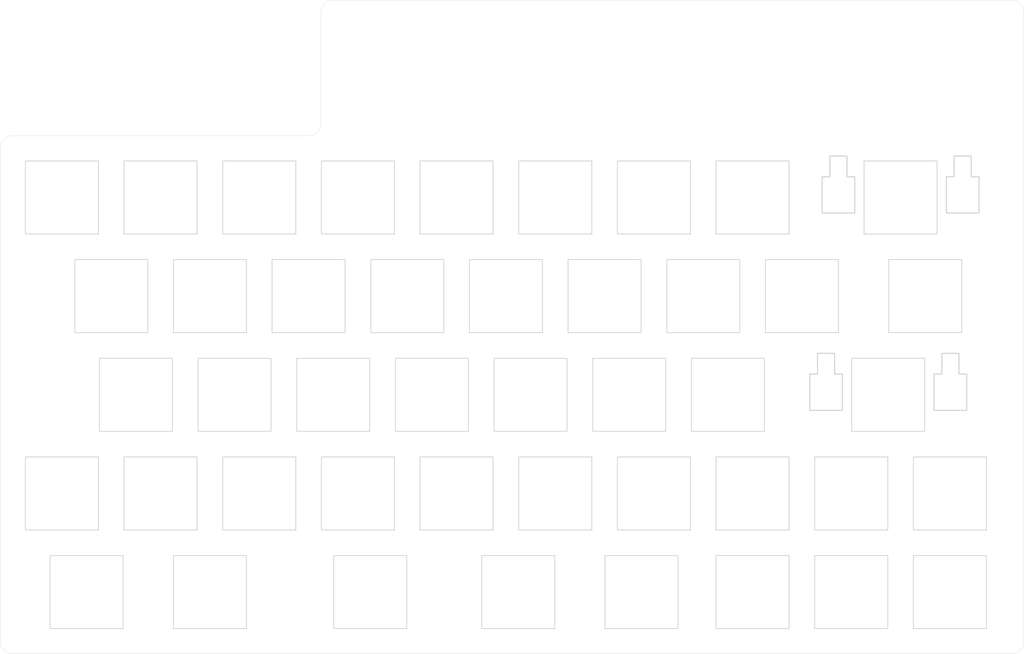
<source format=kicad_pcb>
(kicad_pcb (version 20240108) (generator "pcbnew") (generator_version "8.0")
  (layers (0 "F.Cu" signal) (31 "B.Cu" signal) (34 "B.Paste" user) (35 "F.Paste" user) (36 "B.SilkS" user "B.Silkscreen") (37 "F.SilkS" user "F.Silkscreen") (38 "B.Mask" user) (39 "F.Mask" user) (44 "Edge.Cuts" user))
  (net 0 "")
  (footprint "kbd_SW_Hole:SW_Hole_1u" (layer "F.Cu") (at 190.5 57.15)
    (property "Reference" "SW73" (hide yes))
    (property "Value" "SW_Push" (hide yes))
    (fp_line (start -7.05 -7.05) (end 7.05 -7.05) (stroke (width 0.15)) (layer "Edge.Cuts"))
    (fp_line (start -7.05 7.05) (end -7.05 -7.05) (stroke (width 0.15)) (layer "Edge.Cuts"))
    (fp_line (start 7.05 -7.05) (end 7.05 7.05) (stroke (width 0.15)) (layer "Edge.Cuts"))
    (fp_line (start 7.05 7.05) (end -7.05 7.05) (stroke (width 0.15)) (layer "Edge.Cuts"))
  )
  (footprint "kbd_SW_Hole:SW_Hole_1u" (layer "F.Cu") (at 85.725 57.15)
    (property "Reference" "SW49" (hide yes))
    (property "Value" "SW_Push" (hide yes))
    (fp_line (start -7.05 -7.05) (end 7.05 -7.05) (stroke (width 0.15)) (layer "Edge.Cuts"))
    (fp_line (start -7.05 7.05) (end -7.05 -7.05) (stroke (width 0.15)) (layer "Edge.Cuts"))
    (fp_line (start 7.05 -7.05) (end 7.05 7.05) (stroke (width 0.15)) (layer "Edge.Cuts"))
    (fp_line (start 7.05 7.05) (end -7.05 7.05) (stroke (width 0.15)) (layer "Edge.Cuts"))
  )
  (footprint "kbd_SW_Hole:SW_Hole_1u" (layer "F.Cu") (at 180.975 133.35)
    (property "Reference" "SW72" (hide yes))
    (property "Value" "SW_Push" (hide yes))
    (fp_line (start -7.05 -7.05) (end 7.05 -7.05) (stroke (width 0.15)) (layer "Edge.Cuts"))
    (fp_line (start -7.05 7.05) (end -7.05 -7.05) (stroke (width 0.15)) (layer "Edge.Cuts"))
    (fp_line (start 7.05 -7.05) (end 7.05 7.05) (stroke (width 0.15)) (layer "Edge.Cuts"))
    (fp_line (start 7.05 7.05) (end -7.05 7.05) (stroke (width 0.15)) (layer "Edge.Cuts"))
  )
  (footprint "kbd_SW_Hole:SW_Hole_1u" (layer "F.Cu") (at 195.2625 76.2)
    (property "Reference" "SW74" (hide yes))
    (property "Value" "SW_Push" (hide yes))
    (fp_line (start -7.05 -7.05) (end 7.05 -7.05) (stroke (width 0.15)) (layer "Edge.Cuts"))
    (fp_line (start -7.05 7.05) (end -7.05 -7.05) (stroke (width 0.15)) (layer "Edge.Cuts"))
    (fp_line (start 7.05 -7.05) (end 7.05 7.05) (stroke (width 0.15)) (layer "Edge.Cuts"))
    (fp_line (start 7.05 7.05) (end -7.05 7.05) (stroke (width 0.15)) (layer "Edge.Cuts"))
  )
  (footprint "kbd_Hole:m2_Screw_Hole" (layer "F.Cu") (at 209.55 23.8125)
    (property "Reference" "M2")
    (property "Value" "Mark")
    (pad "" np_thru_hole circle (at 0 0) (size 2.2 2.2) (drill 2.2) (layers "*.Cu" "*.Mask"))
  )
  (footprint "kbd_SW_Hole:SW_Hole_1u" (layer "F.Cu") (at 161.925 57.15)
    (property "Reference" "SW68" (hide yes))
    (property "Value" "SW_Push" (hide yes))
    (fp_line (start -7.05 -7.05) (end 7.05 -7.05) (stroke (width 0.15)) (layer "Edge.Cuts"))
    (fp_line (start -7.05 7.05) (end -7.05 -7.05) (stroke (width 0.15)) (layer "Edge.Cuts"))
    (fp_line (start 7.05 -7.05) (end 7.05 7.05) (stroke (width 0.15)) (layer "Edge.Cuts"))
    (fp_line (start 7.05 7.05) (end -7.05 7.05) (stroke (width 0.15)) (layer "Edge.Cuts"))
  )
  (footprint "kbd_SW_Hole:SW_Hole_1u" (layer "F.Cu") (at 28.575 114.3)
    (property "Reference" "Trackball1" (hide yes))
    (property "Value" "az1uball" (hide yes))
    (fp_line (start -7.05 -7.05) (end 7.05 -7.05) (stroke (width 0.15)) (layer "Edge.Cuts"))
    (fp_line (start -7.05 7.05) (end -7.05 -7.05) (stroke (width 0.15)) (layer "Edge.Cuts"))
    (fp_line (start 7.05 -7.05) (end 7.05 7.05) (stroke (width 0.15)) (layer "Edge.Cuts"))
    (fp_line (start 7.05 7.05) (end -7.05 7.05) (stroke (width 0.15)) (layer "Edge.Cuts"))
  )
  (footprint "kbd_SW_Hole:SW_Hole_1.5u" (layer "F.Cu") (at 57.15 133.35)
    (property "Reference" "SW39" (hide yes))
    (property "Value" "SW_Push" (hide yes))
    (fp_line (start -7.05 -7.05) (end 7.05 -7.05) (stroke (width 0.15)) (layer "Edge.Cuts"))
    (fp_line (start -7.05 7.05) (end -7.05 -7.05) (stroke (width 0.15)) (layer "Edge.Cuts"))
    (fp_line (start 7.05 -7.05) (end 7.05 7.05) (stroke (width 0.15)) (layer "Edge.Cuts"))
    (fp_line (start 7.05 7.05) (end -7.05 7.05) (stroke (width 0.15)) (layer "Edge.Cuts"))
  )
  (footprint "kbd_SW_Hole:SW_Hole_1u" (layer "F.Cu") (at 200.025 114.3)
    (property "Reference" "SW75" (hide yes))
    (property "Value" "SW_Push" (hide yes))
    (fp_line (start -7.05 -7.05) (end 7.05 -7.05) (stroke (width 0.15)) (layer "Edge.Cuts"))
    (fp_line (start -7.05 7.05) (end -7.05 -7.05) (stroke (width 0.15)) (layer "Edge.Cuts"))
    (fp_line (start 7.05 -7.05) (end 7.05 7.05) (stroke (width 0.15)) (layer "Edge.Cuts"))
    (fp_line (start 7.05 7.05) (end -7.05 7.05) (stroke (width 0.15)) (layer "Edge.Cuts"))
  )
  (footprint "kbd_Hole:m2_Screw_Hole" (layer "F.Cu") (at 142.875 85.725)
    (property "Reference" "M5")
    (property "Value" "Mark")
    (pad "" np_thru_hole circle (at 0 0) (size 2.2 2.2) (drill 2.2) (layers "*.Cu" "*.Mask"))
  )
  (footprint "kbd_SW_Hole:SW_Hole_1u" (layer "F.Cu") (at 119.0625 95.25)
    (property "Reference" "SW56" (hide yes))
    (property "Value" "SW_Push" (hide yes))
    (fp_line (start -7.05 -7.05) (end 7.05 -7.05) (stroke (width 0.15)) (layer "Edge.Cuts"))
    (fp_line (start -7.05 7.05) (end -7.05 -7.05) (stroke (width 0.15)) (layer "Edge.Cuts"))
    (fp_line (start 7.05 -7.05) (end 7.05 7.05) (stroke (width 0.15)) (layer "Edge.Cuts"))
    (fp_line (start 7.05 7.05) (end -7.05 7.05) (stroke (width 0.15)) (layer "Edge.Cuts"))
  )
  (footprint "kbd_SW_Hole:SW_Hole_1.75u" (layer "F.Cu") (at 88.10625 133.35)
    (property "Reference" "SW48" (hide yes))
    (property "Value" "SW_Push" (hide yes))
    (fp_line (start -7.05 -7.05) (end 7.05 -7.05) (stroke (width 0.15)) (layer "Edge.Cuts"))
    (fp_line (start -7.05 7.05) (end -7.05 -7.05) (stroke (width 0.15)) (layer "Edge.Cuts"))
    (fp_line (start 7.05 -7.05) (end 7.05 7.05) (stroke (width 0.15)) (layer "Edge.Cuts"))
    (fp_line (start 7.05 7.05) (end -7.05 7.05) (stroke (width 0.15)) (layer "Edge.Cuts"))
  )
  (footprint "kbd_SW_Hole:SW_Hole_1u" (layer "F.Cu") (at 47.625 57.15)
    (property "Reference" "SW40" (hide yes))
    (property "Value" "SW_Push" (hide yes))
    (fp_line (start -7.05 -7.05) (end 7.05 -7.05) (stroke (width 0.15)) (layer "Edge.Cuts"))
    (fp_line (start -7.05 7.05) (end -7.05 -7.05) (stroke (width 0.15)) (layer "Edge.Cuts"))
    (fp_line (start 7.05 -7.05) (end 7.05 7.05) (stroke (width 0.15)) (layer "Edge.Cuts"))
    (fp_line (start 7.05 7.05) (end -7.05 7.05) (stroke (width 0.15)) (layer "Edge.Cuts"))
  )
  (footprint "kbd_SW_Hole:SW_Hole_1u" (layer "F.Cu") (at 114.3 76.2)
    (property "Reference" "SW55" (hide yes))
    (property "Value" "SW_Push" (hide yes))
    (fp_line (start -7.05 -7.05) (end 7.05 -7.05) (stroke (width 0.15)) (layer "Edge.Cuts"))
    (fp_line (start -7.05 7.05) (end -7.05 -7.05) (stroke (width 0.15)) (layer "Edge.Cuts"))
    (fp_line (start 7.05 -7.05) (end 7.05 7.05) (stroke (width 0.15)) (layer "Edge.Cuts"))
    (fp_line (start 7.05 7.05) (end -7.05 7.05) (stroke (width 0.15)) (layer "Edge.Cuts"))
  )
  (footprint "kbd_SW_Hole:SW_Hole_1u" (layer "F.Cu") (at 66.675 57.15)
    (property "Reference" "SW44" (hide yes))
    (property "Value" "SW_Push" (hide yes))
    (fp_line (start -7.05 -7.05) (end 7.05 -7.05) (stroke (width 0.15)) (layer "Edge.Cuts"))
    (fp_line (start -7.05 7.05) (end -7.05 -7.05) (stroke (width 0.15)) (layer "Edge.Cuts"))
    (fp_line (start 7.05 -7.05) (end 7.05 7.05) (stroke (width 0.15)) (layer "Edge.Cuts"))
    (fp_line (start 7.05 7.05) (end -7.05 7.05) (stroke (width 0.15)) (layer "Edge.Cuts"))
  )
  (footprint "kbd_SW_Hole:SW_Hole_1u" (layer "F.Cu") (at 100.0125 95.25)
    (property "Reference" "SW51" (hide yes))
    (property "Value" "SW_Push" (hide yes))
    (fp_line (start -7.05 -7.05) (end 7.05 -7.05) (stroke (width 0.15)) (layer "Edge.Cuts"))
    (fp_line (start -7.05 7.05) (end -7.05 -7.05) (stroke (width 0.15)) (layer "Edge.Cuts"))
    (fp_line (start 7.05 -7.05) (end 7.05 7.05) (stroke (width 0.15)) (layer "Edge.Cuts"))
    (fp_line (start 7.05 7.05) (end -7.05 7.05) (stroke (width 0.15)) (layer "Edge.Cuts"))
  )
  (footprint "kbd_SW_Hole:SW_Hole_1u" (layer "F.Cu") (at 104.775 114.3)
    (property "Reference" "SW52" (hide yes))
    (property "Value" "SW_Push" (hide yes))
    (fp_line (start -7.05 -7.05) (end 7.05 -7.05) (stroke (width 0.15)) (layer "Edge.Cuts"))
    (fp_line (start -7.05 7.05) (end -7.05 -7.05) (stroke (width 0.15)) (layer "Edge.Cuts"))
    (fp_line (start 7.05 -7.05) (end 7.05 7.05) (stroke (width 0.15)) (layer "Edge.Cuts"))
    (fp_line (start 7.05 7.05) (end -7.05 7.05) (stroke (width 0.15)) (layer "Edge.Cuts"))
  )
  (footprint "kbd_Hole:m2_Screw_Hole" (layer "F.Cu") (at 90.4875 104.775)
    (property "Reference" "M6")
    (property "Value" "Mark")
    (pad "" np_thru_hole circle (at 0 0) (size 2.2 2.2) (drill 2.2) (layers "*.Cu" "*.Mask"))
  )
  (footprint "kbd_SW_Hole:SW_Hole_1u" (layer "F.Cu") (at 152.4 76.2)
    (property "Reference" "SW64" (hide yes))
    (property "Value" "SW_Push" (hide yes))
    (fp_line (start -7.05 -7.05) (end 7.05 -7.05) (stroke (width 0.15)) (layer "Edge.Cuts"))
    (fp_line (start -7.05 7.05) (end -7.05 -7.05) (stroke (width 0.15)) (layer "Edge.Cuts"))
    (fp_line (start 7.05 -7.05) (end 7.05 7.05) (stroke (width 0.15)) (layer "Edge.Cuts"))
    (fp_line (start 7.05 7.05) (end -7.05 7.05) (stroke (width 0.15)) (layer "Edge.Cuts"))
  )
  (footprint "kbd_SW_Hole:SW_Hole_1u" (layer "F.Cu") (at 42.8625 95.25)
    (property "Reference" "SW37" (hide yes))
    (property "Value" "SW_Push" (hide yes))
    (fp_line (start -7.05 -7.05) (end 7.05 -7.05) (stroke (width 0.15)) (layer "Edge.Cuts"))
    (fp_line (start -7.05 7.05) (end -7.05 -7.05) (stroke (width 0.15)) (layer "Edge.Cuts"))
    (fp_line (start 7.05 -7.05) (end 7.05 7.05) (stroke (width 0.15)) (layer "Edge.Cuts"))
    (fp_line (start 7.05 7.05) (end -7.05 7.05) (stroke (width 0.15)) (layer "Edge.Cuts"))
  )
  (footprint "kbd_SW_Hole:SW_Hole_1u" (layer "F.Cu") (at 138.1125 95.25)
    (property "Reference" "SW60" (hide yes))
    (property "Value" "SW_Push" (hide yes))
    (fp_line (start -7.05 -7.05) (end 7.05 -7.05) (stroke (width 0.15)) (layer "Edge.Cuts"))
    (fp_line (start -7.05 7.05) (end -7.05 -7.05) (stroke (width 0.15)) (layer "Edge.Cuts"))
    (fp_line (start 7.05 -7.05) (end 7.05 7.05) (stroke (width 0.15)) (layer "Edge.Cuts"))
    (fp_line (start 7.05 7.05) (end -7.05 7.05) (stroke (width 0.15)) (layer "Edge.Cuts"))
  )
  (footprint "kbd_SW_Hole:SW_Hole_1u" (layer "F.Cu") (at 161.925 114.3)
    (property "Reference" "SW66" (hide yes))
    (property "Value" "SW_Push" (hide yes))
    (fp_line (start -7.05 -7.05) (end 7.05 -7.05) (stroke (width 0.15)) (layer "Edge.Cuts"))
    (fp_line (start -7.05 7.05) (end -7.05 -7.05) (stroke (width 0.15)) (layer "Edge.Cuts"))
    (fp_line (start 7.05 -7.05) (end 7.05 7.05) (stroke (width 0.15)) (layer "Edge.Cuts"))
    (fp_line (start 7.05 7.05) (end -7.05 7.05) (stroke (width 0.15)) (layer "Edge.Cuts"))
  )
  (footprint "kbd_SW_Hole:SW_Hole_1u" (layer "F.Cu") (at 123.825 57.15)
    (property "Reference" "SW58" (hide yes))
    (property "Value" "SW_Push" (hide yes))
    (fp_line (start -7.05 -7.05) (end 7.05 -7.05) (stroke (width 0.15)) (layer "Edge.Cuts"))
    (fp_line (start -7.05 7.05) (end -7.05 -7.05) (stroke (width 0.15)) (layer "Edge.Cuts"))
    (fp_line (start 7.05 -7.05) (end 7.05 7.05) (stroke (width 0.15)) (layer "Edge.Cuts"))
    (fp_line (start 7.05 7.05) (end -7.05 7.05) (stroke (width 0.15)) (layer "Edge.Cuts"))
  )
  (footprint "kbd_SW_Hole:SW_Hole_1u" (layer "F.Cu") (at 47.625 114.3)
    (property "Reference" "SW38" (hide yes))
    (property "Value" "SW_Push" (hide yes))
    (fp_line (start -7.05 -7.05) (end 7.05 -7.05) (stroke (width 0.15)) (layer "Edge.Cuts"))
    (fp_line (start -7.05 7.05) (end -7.05 -7.05) (stroke (width 0.15)) (layer "Edge.Cuts"))
    (fp_line (start 7.05 -7.05) (end 7.05 7.05) (stroke (width 0.15)) (layer "Edge.Cuts"))
    (fp_line (start 7.05 7.05) (end -7.05 7.05) (stroke (width 0.15)) (layer "Edge.Cuts"))
  )
  (footprint "kbd_SW_Hole:SW_Hole_1u" (layer "F.Cu") (at 57.15 76.2)
    (property "Reference" "SW41" (hide yes))
    (property "Value" "SW_Push" (hide yes))
    (fp_line (start -7.05 -7.05) (end 7.05 -7.05) (stroke (width 0.15)) (layer "Edge.Cuts"))
    (fp_line (start -7.05 7.05) (end -7.05 -7.05) (stroke (width 0.15)) (layer "Edge.Cuts"))
    (fp_line (start 7.05 -7.05) (end 7.05 7.05) (stroke (width 0.15)) (layer "Edge.Cuts"))
    (fp_line (start 7.05 7.05) (end -7.05 7.05) (stroke (width 0.15)) (layer "Edge.Cuts"))
  )
  (footprint "kbd_SW_Hole:SW_Hole_1u" (layer "F.Cu") (at 200.025 133.35)
    (property "Reference" "SW76" (hide yes))
    (property "Value" "SW_Push" (hide yes))
    (fp_line (start -7.05 -7.05) (end 7.05 -7.05) (stroke (width 0.15)) (layer "Edge.Cuts"))
    (fp_line (start -7.05 7.05) (end -7.05 -7.05) (stroke (width 0.15)) (layer "Edge.Cuts"))
    (fp_line (start 7.05 -7.05) (end 7.05 7.05) (stroke (width 0.15)) (layer "Edge.Cuts"))
    (fp_line (start 7.05 7.05) (end -7.05 7.05) (stroke (width 0.15)) (layer "Edge.Cuts"))
  )
  (footprint "kbd_SW_Hole:Stab_Hole_Choc_2u_Top" (layer "F.Cu") (at 188.11875 95.25)
    (property "Reference" "SW**" (hide yes))
    (property "Value" "SW_PUSH" (hide yes))
    (fp_line (start -15.15 -4) (end -15.15 3) (stroke (width 0.2)) (layer "Edge.Cuts"))
    (fp_line (start -13.65 -8) (end -13.65 -4) (stroke (width 0.2)) (layer "Edge.Cuts"))
    (fp_line (start -13.65 -8) (end -10.35 -8) (stroke (width 0.2)) (layer "Edge.Cuts"))
    (fp_line (start -13.65 -4) (end -15.15 -4) (stroke (width 0.2)) (layer "Edge.Cuts"))
    (fp_line (start -10.35 -8) (end -10.35 -4) (stroke (width 0.2)) (layer "Edge.Cuts"))
    (fp_line (start -10.35 -4) (end -8.85 -4) (stroke (width 0.2)) (layer "Edge.Cuts"))
    (fp_line (start -8.85 -4) (end -8.85 3) (stroke (width 0.2)) (layer "Edge.Cuts"))
    (fp_line (start -8.85 3) (end -15.15 3) (stroke (width 0.2)) (layer "Edge.Cuts"))
    (fp_line (start 8.85 -4) (end 8.85 3) (stroke (width 0.2)) (layer "Edge.Cuts"))
    (fp_line (start 10.35 -8) (end 10.35 -4) (stroke (width 0.2)) (layer "Edge.Cuts"))
    (fp_line (start 10.35 -8) (end 13.65 -8) (stroke (width 0.2)) (layer "Edge.Cuts"))
    (fp_line (start 10.35 -4) (end 8.85 -4) (stroke (width 0.2)) (layer "Edge.Cuts"))
    (fp_line (start 13.65 -8) (end 13.65 -4) (stroke (width 0.2)) (layer "Edge.Cuts"))
    (fp_line (start 13.65 -4) (end 15.15 -4) (stroke (width 0.2)) (layer "Edge.Cuts"))
    (fp_line (start 15.15 -4) (end 15.15 3) (stroke (width 0.2)) (layer "Edge.Cuts"))
    (fp_line (start 15.15 3) (end 8.85 3) (stroke (width 0.2)) (layer "Edge.Cuts"))
  )
  (footprint "kbd_SW_Hole:SW_Hole_1u" (layer "F.Cu") (at 188.11875 95.25)
    (property "Reference" "SW70" (hide yes))
    (property "Value" "SW_Push" (hide yes))
    (fp_line (start -7.05 -7.05) (end 7.05 -7.05) (stroke (width 0.15)) (layer "Edge.Cuts"))
    (fp_line (start -7.05 7.05) (end -7.05 -7.05) (stroke (width 0.15)) (layer "Edge.Cuts"))
    (fp_line (start 7.05 -7.05) (end 7.05 7.05) (stroke (width 0.15)) (layer "Edge.Cuts"))
    (fp_line (start 7.05 7.05) (end -7.05 7.05) (stroke (width 0.15)) (layer "Edge.Cuts"))
  )
  (footprint "kbd_SW_Hole:SW_Hole_1u" (layer "F.Cu") (at 80.9625 95.25)
    (property "Reference" "SW46" (hide yes))
    (property "Value" "SW_Push" (hide yes))
    (fp_line (start -7.05 -7.05) (end 7.05 -7.05) (stroke (width 0.15)) (layer "Edge.Cuts"))
    (fp_line (start -7.05 7.05) (end -7.05 -7.05) (stroke (width 0.15)) (layer "Edge.Cuts"))
    (fp_line (start 7.05 -7.05) (end 7.05 7.05) (stroke (width 0.15)) (layer "Edge.Cuts"))
    (fp_line (start 7.05 7.05) (end -7.05 7.05) (stroke (width 0.15)) (layer "Edge.Cuts"))
  )
  (footprint "kbd_SW_Hole:SW_Hole_1u" (layer "F.Cu") (at 142.875 57.15)
    (property "Reference" "SW63" (hide yes))
    (property "Value" "SW_Push" (hide yes))
    (fp_line (start -7.05 -7.05) (end 7.05 -7.05) (stroke (width 0.15)) (layer "Edge.Cuts"))
    (fp_line (start -7.05 7.05) (end -7.05 -7.05) (stroke (width 0.15)) (layer "Edge.Cuts"))
    (fp_line (start 7.05 -7.05) (end 7.05 7.05) (stroke (width 0.15)) (layer "Edge.Cuts"))
    (fp_line (start 7.05 7.05) (end -7.05 7.05) (stroke (width 0.15)) (layer "Edge.Cuts"))
  )
  (footprint "kbd_SW_Hole:SW_Hole_1u" (layer "F.Cu") (at 171.45 76.2)
    (property "Reference" "SW69" (hide yes))
    (property "Value" "SW_Push" (hide yes))
    (fp_line (start -7.05 -7.05) (end 7.05 -7.05) (stroke (width 0.15)) (layer "Edge.Cuts"))
    (fp_line (start -7.05 7.05) (end -7.05 -7.05) (stroke (width 0.15)) (layer "Edge.Cuts"))
    (fp_line (start 7.05 -7.05) (end 7.05 7.05) (stroke (width 0.15)) (layer "Edge.Cuts"))
    (fp_line (start 7.05 7.05) (end -7.05 7.05) (stroke (width 0.15)) (layer "Edge.Cuts"))
  )
  (footprint "kbd_SW_Hole:SW_Hole_1u" (layer "F.Cu") (at 95.25 76.2)
    (property "Reference" "SW50" (hide yes))
    (property "Value" "SW_Push" (hide yes))
    (fp_line (start -7.05 -7.05) (end 7.05 -7.05) (stroke (width 0.15)) (layer "Edge.Cuts"))
    (fp_line (start -7.05 7.05) (end -7.05 -7.05) (stroke (width 0.15)) (layer "Edge.Cuts"))
    (fp_line (start 7.05 -7.05) (end 7.05 7.05) (stroke (width 0.15)) (layer "Edge.Cuts"))
    (fp_line (start 7.05 7.05) (end -7.05 7.05) (stroke (width 0.15)) (layer "Edge.Cuts"))
  )
  (footprint "kbd_Hole:m2_Screw_Hole" (layer "F.Cu") (at 21.43125 140.49375)
    (property "Reference" "M7")
    (property "Value" "Mark")
    (pad "" np_thru_hole circle (at 0 0) (size 2.2 2.2) (drill 2.2) (layers "*.Cu" "*.Mask"))
  )
  (footprint "kbd_SW_Hole:Stab_Hole_Choc_2u_Top" (layer "F.Cu") (at 190.5 57.15)
    (property "Reference" "SW**" (hide yes))
    (property "Value" "SW_PUSH" (hide yes))
    (fp_line (start -15.15 -4) (end -15.15 3) (stroke (width 0.2)) (layer "Edge.Cuts"))
    (fp_line (start -13.65 -8) (end -13.65 -4) (stroke (width 0.2)) (layer "Edge.Cuts"))
    (fp_line (start -13.65 -8) (end -10.35 -8) (stroke (width 0.2)) (layer "Edge.Cuts"))
    (fp_line (start -13.65 -4) (end -15.15 -4) (stroke (width 0.2)) (layer "Edge.Cuts"))
    (fp_line (start -10.35 -8) (end -10.35 -4) (stroke (width 0.2)) (layer "Edge.Cuts"))
    (fp_line (start -10.35 -4) (end -8.85 -4) (stroke (width 0.2)) (layer "Edge.Cuts"))
    (fp_line (start -8.85 -4) (end -8.85 3) (stroke (width 0.2)) (layer "Edge.Cuts"))
    (fp_line (start -8.85 3) (end -15.15 3) (stroke (width 0.2)) (layer "Edge.Cuts"))
    (fp_line (start 8.85 -4) (end 8.85 3) (stroke (width 0.2)) (layer "Edge.Cuts"))
    (fp_line (start 10.35 -8) (end 10.35 -4) (stroke (width 0.2)) (layer "Edge.Cuts"))
    (fp_line (start 10.35 -8) (end 13.65 -8) (stroke (width 0.2)) (layer "Edge.Cuts"))
    (fp_line (start 10.35 -4) (end 8.85 -4) (stroke (width 0.2)) (layer "Edge.Cuts"))
    (fp_line (start 13.65 -8) (end 13.65 -4) (stroke (width 0.2)) (layer "Edge.Cuts"))
    (fp_line (start 13.65 -4) (end 15.15 -4) (stroke (width 0.2)) (layer "Edge.Cuts"))
    (fp_line (start 15.15 -4) (end 15.15 3) (stroke (width 0.2)) (layer "Edge.Cuts"))
    (fp_line (start 15.15 3) (end 8.85 3) (stroke (width 0.2)) (layer "Edge.Cuts"))
  )
  (footprint "kbd_SW_Hole:SW_Hole_1u" (layer "F.Cu") (at 133.35 76.2)
    (property "Reference" "SW59" (hide yes))
    (property "Value" "SW_Push" (hide yes))
    (fp_line (start -7.05 -7.05) (end 7.05 -7.05) (stroke (width 0.15)) (layer "Edge.Cuts"))
    (fp_line (start -7.05 7.05) (end -7.05 -7.05) (stroke (width 0.15)) (layer "Edge.Cuts"))
    (fp_line (start 7.05 -7.05) (end 7.05 7.05) (stroke (width 0.15)) (layer "Edge.Cuts"))
    (fp_line (start 7.05 7.05) (end -7.05 7.05) (stroke (width 0.15)) (layer "Edge.Cuts"))
  )
  (footprint "kbd_SW_Hole:SW_Hole_1u" (layer "F.Cu") (at 28.575 57.15)
    (property "Reference" "SW36" (hide yes))
    (property "Value" "SW_Push" (hide yes))
    (fp_line (start -7.05 -7.05) (end 7.05 -7.05) (stroke (width 0.15)) (layer "Edge.Cuts"))
    (fp_line (start -7.05 7.05) (end -7.05 -7.05) (stroke (width 0.15)) (layer "Edge.Cuts"))
    (fp_line (start 7.05 -7.05) (end 7.05 7.05) (stroke (width 0.15)) (layer "Edge.Cuts"))
    (fp_line (start 7.05 7.05) (end -7.05 7.05) (stroke (width 0.15)) (layer "Edge.Cuts"))
  )
  (footprint "kbd_SW_Hole:SW_Hole_1u" (layer "F.Cu") (at 157.1625 95.25)
    (property "Reference" "SW65" (hide yes))
    (property "Value" "SW_Push" (hide yes))
    (fp_line (start -7.05 -7.05) (end 7.05 -7.05) (stroke (width 0.15)) (layer "Edge.Cuts"))
    (fp_line (start -7.05 7.05) (end -7.05 -7.05) (stroke (width 0.15)) (layer "Edge.Cuts"))
    (fp_line (start 7.05 -7.05) (end 7.05 7.05) (stroke (width 0.15)) (layer "Edge.Cuts"))
    (fp_line (start 7.05 7.05) (end -7.05 7.05) (stroke (width 0.15)) (layer "Edge.Cuts"))
  )
  (footprint "kbd_SW_Hole:SW_Hole_1u" (layer "F.Cu") (at 61.9125 95.25)
    (property "Reference" "SW42" (hide yes))
    (property "Value" "SW_Push" (hide yes))
    (fp_line (start -7.05 -7.05) (end 7.05 -7.05) (stroke (width 0.15)) (layer "Edge.Cuts"))
    (fp_line (start -7.05 7.05) (end -7.05 -7.05) (stroke (width 0.15)) (layer "Edge.Cuts"))
    (fp_line (start 7.05 -7.05) (end 7.05 7.05) (stroke (width 0.15)) (layer "Edge.Cuts"))
    (fp_line (start 7.05 7.05) (end -7.05 7.05) (stroke (width 0.15)) (layer "Edge.Cuts"))
  )
  (footprint "kbd_SW_Hole:SW_Hole_1u" (layer "F.Cu") (at 104.775 57.15)
    (property "Reference" "SW54" (hide yes))
    (property "Value" "SW_Push" (hide yes))
    (fp_line (start -7.05 -7.05) (end 7.05 -7.05) (stroke (width 0.15)) (layer "Edge.Cuts"))
    (fp_line (start -7.05 7.05) (end -7.05 -7.05) (stroke (width 0.15)) (layer "Edge.Cuts"))
    (fp_line (start 7.05 -7.05) (end 7.05 7.05) (stroke (width 0.15)) (layer "Edge.Cuts"))
    (fp_line (start 7.05 7.05) (end -7.05 7.05) (stroke (width 0.15)) (layer "Edge.Cuts"))
  )
  (footprint "kbd_SW_Hole:SW_Hole_1u" (layer "F.Cu") (at 142.875 114.3)
    (property "Reference" "SW61" (hide yes))
    (property "Value" "SW_Push" (hide yes))
    (fp_line (start -7.05 -7.05) (end 7.05 -7.05) (stroke (width 0.15)) (layer "Edge.Cuts"))
    (fp_line (start -7.05 7.05) (end -7.05 -7.05) (stroke (width 0.15)) (layer "Edge.Cuts"))
    (fp_line (start 7.05 -7.05) (end 7.05 7.05) (stroke (width 0.15)) (layer "Edge.Cuts"))
    (fp_line (start 7.05 7.05) (end -7.05 7.05) (stroke (width 0.15)) (layer "Edge.Cuts"))
  )
  (footprint "kbd_SW_Hole:SW_Hole_1u" (layer "F.Cu") (at 123.825 114.3)
    (property "Reference" "SW57" (hide yes))
    (property "Value" "SW_Push" (hide yes))
    (fp_line (start -7.05 -7.05) (end 7.05 -7.05) (stroke (width 0.15)) (layer "Edge.Cuts"))
    (fp_line (start -7.05 7.05) (end -7.05 -7.05) (stroke (width 0.15)) (layer "Edge.Cuts"))
    (fp_line (start 7.05 -7.05) (end 7.05 7.05) (stroke (width 0.15)) (layer "Edge.Cuts"))
    (fp_line (start 7.05 7.05) (end -7.05 7.05) (stroke (width 0.15)) (layer "Edge.Cuts"))
  )
  (footprint "kbd_SW_Hole:SW_Hole_1.25u" (layer "F.Cu") (at 140.49375 133.35)
    (property "Reference" "SW62" (hide yes))
    (property "Value" "SW_Push" (hide yes))
    (fp_line (start -7.05 -7.05) (end 7.05 -7.05) (stroke (width 0.15)) (layer "Edge.Cuts"))
    (fp_line (start -7.05 7.05) (end -7.05 -7.05) (stroke (width 0.15)) (layer "Edge.Cuts"))
    (fp_line (start 7.05 -7.05) (end 7.05 7.05) (stroke (width 0.15)) (layer "Edge.Cuts"))
    (fp_line (start 7.05 7.05) (end -7.05 7.05) (stroke (width 0.15)) (layer "Edge.Cuts"))
  )
  (footprint "kbd_SW_Hole:SW_Hole_1u" (layer "F.Cu") (at 161.925 133.35)
    (property "Reference" "SW67" (hide yes))
    (property "Value" "SW_Push" (hide yes))
    (fp_line (start -7.05 -7.05) (end 7.05 -7.05) (stroke (width 0.15)) (layer "Edge.Cuts"))
    (fp_line (start -7.05 7.05) (end -7.05 -7.05) (stroke (width 0.15)) (layer "Edge.Cuts"))
    (fp_line (start 7.05 -7.05) (end 7.05 7.05) (stroke (width 0.15)) (layer "Edge.Cuts"))
    (fp_line (start 7.05 7.05) (end -7.05 7.05) (stroke (width 0.15)) (layer "Edge.Cuts"))
  )
  (footprint "kbd_SW_Hole:SW_Hole_1u" (layer "F.Cu") (at 38.1 76.2)
    (property "Reference" "Trackball1" (hide yes))
    (property "Value" "az1uball" (hide yes))
    (fp_line (start -7.05 -7.05) (end 7.05 -7.05) (stroke (width 0.15)) (layer "Edge.Cuts"))
    (fp_line (start -7.05 7.05) (end -7.05 -7.05) (stroke (width 0.15)) (layer "Edge.Cuts"))
    (fp_line (start 7.05 -7.05) (end 7.05 7.05) (stroke (width 0.15)) (layer "Edge.Cuts"))
    (fp_line (start 7.05 7.05) (end -7.05 7.05) (stroke (width 0.15)) (layer "Edge.Cuts"))
  )
  (footprint "kbd_SW_Hole:SW_Hole_1u" (layer "F.Cu") (at 76.2 76.2)
    (property "Reference" "SW45" (hide yes))
    (property "Value" "SW_Push" (hide yes))
    (fp_line (start -7.05 -7.05) (end 7.05 -7.05) (stroke (width 0.15)) (layer "Edge.Cuts"))
    (fp_line (start -7.05 7.05) (end -7.05 -7.05) (stroke (width 0.15)) (layer "Edge.Cuts"))
    (fp_line (start 7.05 -7.05) (end 7.05 7.05) (stroke (width 0.15)) (layer "Edge.Cuts"))
    (fp_line (start 7.05 7.05) (end -7.05 7.05) (stroke (width 0.15)) (layer "Edge.Cuts"))
  )
  (footprint "kbd_SW_Hole:SW_Hole_1u" (layer "F.Cu") (at 66.675 114.3)
    (property "Reference" "SW43" (hide yes))
    (property "Value" "SW_Push" (hide yes))
    (fp_line (start -7.05 -7.05) (end 7.05 -7.05) (stroke (width 0.15)) (layer "Edge.Cuts"))
    (fp_line (start -7.05 7.05) (end -7.05 -7.05) (stroke (width 0.15)) (layer "Edge.Cuts"))
    (fp_line (start 7.05 -7.05) (end 7.05 7.05) (stroke (width 0.15)) (layer "Edge.Cuts"))
    (fp_line (start 7.05 7.05) (end -7.05 7.05) (stroke (width 0.15)) (layer "Edge.Cuts"))
  )
  (footprint "kbd_SW_Hole:SW_Hole_1u" (layer "F.Cu") (at 180.975 114.3)
    (property "Reference" "SW71" (hide yes))
    (property "Value" "SW_Push" (hide yes))
    (fp_line (start -7.05 -7.05) (end 7.05 -7.05) (stroke (width 0.15)) (layer "Edge.Cuts"))
    (fp_line (start -7.05 7.05) (end -7.05 -7.05) (stroke (width 0.15)) (layer "Edge.Cuts"))
    (fp_line (start 7.05 -7.05) (end 7.05 7.05) (stroke (width 0.15)) (layer "Edge.Cuts"))
    (fp_line (start 7.05 7.05) (end -7.05 7.05) (stroke (width 0.15)) (layer "Edge.Cuts"))
  )
  (footprint "kbd_SW_Hole:SW_Hole_1u" (layer "F.Cu") (at 85.725 114.3)
    (property "Reference" "SW47" (hide yes))
    (property "Value" "SW_Push" (hide yes))
    (fp_line (start -7.05 -7.05) (end 7.05 -7.05) (stroke (width 0.15)) (layer "Edge.Cuts"))
    (fp_line (start -7.05 7.05) (end -7.05 -7.05) (stroke (width 0.15)) (layer "Edge.Cuts"))
    (fp_line (start 7.05 -7.05) (end 7.05 7.05) (stroke (width 0.15)) (layer "Edge.Cuts"))
    (fp_line (start 7.05 7.05) (end -7.05 7.05) (stroke (width 0.15)) (layer "Edge.Cuts"))
  )
  (footprint "kbd_Hole:m2_Screw_Hole" (layer "F.Cu") (at 209.55 140.49375)
    (property "Reference" "M8")
    (property "Value" "Mark")
    (pad "" np_thru_hole circle (at 0 0) (size 2.2 2.2) (drill 2.2) (layers "*.Cu" "*.Mask"))
  )
  (footprint "kbd_Hole:m2_Screw_Hole" (layer "F.Cu") (at 209.55 47.625)
    (property "Reference" "M4")
    (property "Value" "Mark")
    (pad "" np_thru_hole circle (at 0 0) (size 2.2 2.2) (drill 2.2) (layers "*.Cu" "*.Mask"))
  )
  (footprint "kbd_Hole:m2_Screw_Hole" (layer "F.Cu") (at 83.34375 23.8125)
    (property "Reference" "M1")
    (property "Value" "Mark")
    (pad "" np_thru_hole circle (at 0 0) (size 2.2 2.2) (drill 2.2) (layers "*.Cu" "*.Mask"))
  )
  (footprint "kbd_Hole:m2_Screw_Hole" (layer "F.Cu") (at 71.4375 47.625)
    (property "Reference" "M3")
    (property "Value" "Mark")
    (pad "" np_thru_hole circle (at 0 0) (size 2.2 2.2) (drill 2.2) (layers "*.Cu" "*.Mask"))
  )
  (footprint "kbd_SW_Hole:SW_Hole_1u" (layer "F.Cu") (at 33.3375 133.35)
    (property "Reference" "Trackball1" (hide yes))
    (property "Value" "az1uball" (hide yes))
    (fp_line (start -7.05 -7.05) (end 7.05 -7.05) (stroke (width 0.15)) (layer "Edge.Cuts"))
    (fp_line (start -7.05 7.05) (end -7.05 -7.05) (stroke (width 0.15)) (layer "Edge.Cuts"))
    (fp_line (start 7.05 -7.05) (end 7.05 7.05) (stroke (width 0.15)) (layer "Edge.Cuts"))
    (fp_line (start 7.05 7.05) (end -7.05 7.05) (stroke (width 0.15)) (layer "Edge.Cuts"))
  )
  (footprint "kbd_SW_Hole:SW_Hole_1.25u" (layer "F.Cu") (at 116.68125 133.35)
    (property "Reference" "SW53" (hide yes))
    (property "Value" "SW_Push" (hide yes))
    (fp_line (start -7.05 -7.05) (end 7.05 -7.05) (stroke (width 0.15)) (layer "Edge.Cuts"))
    (fp_line (start -7.05 7.05) (end -7.05 -7.05) (stroke (width 0.15)) (layer "Edge.Cuts"))
    (fp_line (start 7.05 -7.05) (end 7.05 7.05) (stroke (width 0.15)) (layer "Edge.Cuts"))
    (fp_line (start 7.05 7.05) (end -7.05 7.05) (stroke (width 0.15)) (layer "Edge.Cuts"))
  )
  (gr_line (start 211.93125 145.25625) (end 19.05 145.25625) (stroke (width 0.05)) (layer "Edge.Cuts"))
  (gr_arc (start 78.58125 21.43125) (mid 79.278702 19.747452) (end 80.9625 19.05) (stroke (width 0.05)) (layer "Edge.Cuts"))
  (gr_arc (start 78.58125 42.8625) (mid 77.883798 44.546298) (end 76.2 45.24375) (stroke (width 0.05)) (layer "Edge.Cuts"))
  (gr_arc (start 19.05 145.25625) (mid 17.366202 144.558798) (end 16.66875 142.875) (stroke (width 0.05)) (layer "Edge.Cuts"))
  (gr_line (start 78.58125 21.43125) (end 78.58125 42.8625) (stroke (width 0.05)) (layer "Edge.Cuts"))
  (gr_line (start 16.66875 142.875) (end 16.66875 47.625) (stroke (width 0.05)) (layer "Edge.Cuts"))
  (gr_line (start 214.3125 21.43125) (end 214.3125 142.875) (stroke (width 0.05)) (layer "Edge.Cuts"))
  (gr_line (start 211.93125 19.05) (end 80.9625 19.05) (stroke (width 0.05)) (layer "Edge.Cuts"))
  (gr_arc (start 16.66875 47.625) (mid 17.366202 45.941202) (end 19.05 45.24375) (stroke (width 0.05)) (layer "Edge.Cuts"))
  (gr_arc (start 214.3125 142.875) (mid 213.615048 144.558798) (end 211.93125 145.25625) (stroke (width 0.05)) (layer "Edge.Cuts"))
  (gr_line (start 19.05 45.24375) (end 76.2 45.24375) (stroke (width 0.05)) (layer "Edge.Cuts"))
  (gr_arc (start 211.93125 19.05) (mid 213.615066 19.747449) (end 214.3125 21.43125) (stroke (width 0.05)) (layer "Edge.Cuts"))
)
</source>
